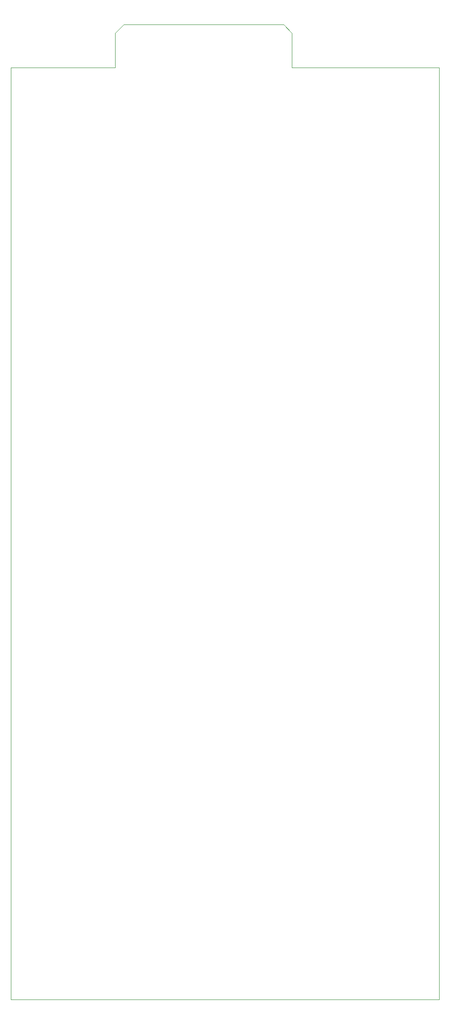
<source format=gbr>
%TF.GenerationSoftware,KiCad,Pcbnew,7.0.8*%
%TF.CreationDate,2023-10-09T09:06:24+01:00*%
%TF.ProjectId,CCC_rig_driver,4343435f-7269-4675-9f64-72697665722e,rev?*%
%TF.SameCoordinates,Original*%
%TF.FileFunction,Profile,NP*%
%FSLAX46Y46*%
G04 Gerber Fmt 4.6, Leading zero omitted, Abs format (unit mm)*
G04 Created by KiCad (PCBNEW 7.0.8) date 2023-10-09 09:06:24*
%MOMM*%
%LPD*%
G01*
G04 APERTURE LIST*
%TA.AperFunction,Profile*%
%ADD10C,0.100000*%
%TD*%
%TA.AperFunction,Profile*%
%ADD11C,0.120000*%
%TD*%
G04 APERTURE END LIST*
D10*
X11997743Y-193994016D02*
X11997743Y-19994016D01*
X31490000Y-19994600D02*
X11997743Y-19994016D01*
X64510000Y-19994600D02*
X91997743Y-19994016D01*
X11997743Y-193994016D02*
X91997743Y-193994016D01*
X91997743Y-19994016D02*
X91997743Y-193994016D01*
D11*
%TO.C,J6*%
X64510000Y-13620200D02*
X64510000Y-19994600D01*
X64510000Y-13620200D02*
X62909800Y-11994600D01*
X33090200Y-11994600D02*
X62909800Y-11994600D01*
X31490000Y-13620200D02*
X33090200Y-11994600D01*
X31490000Y-13620200D02*
X31490000Y-19994600D01*
%TD*%
M02*

</source>
